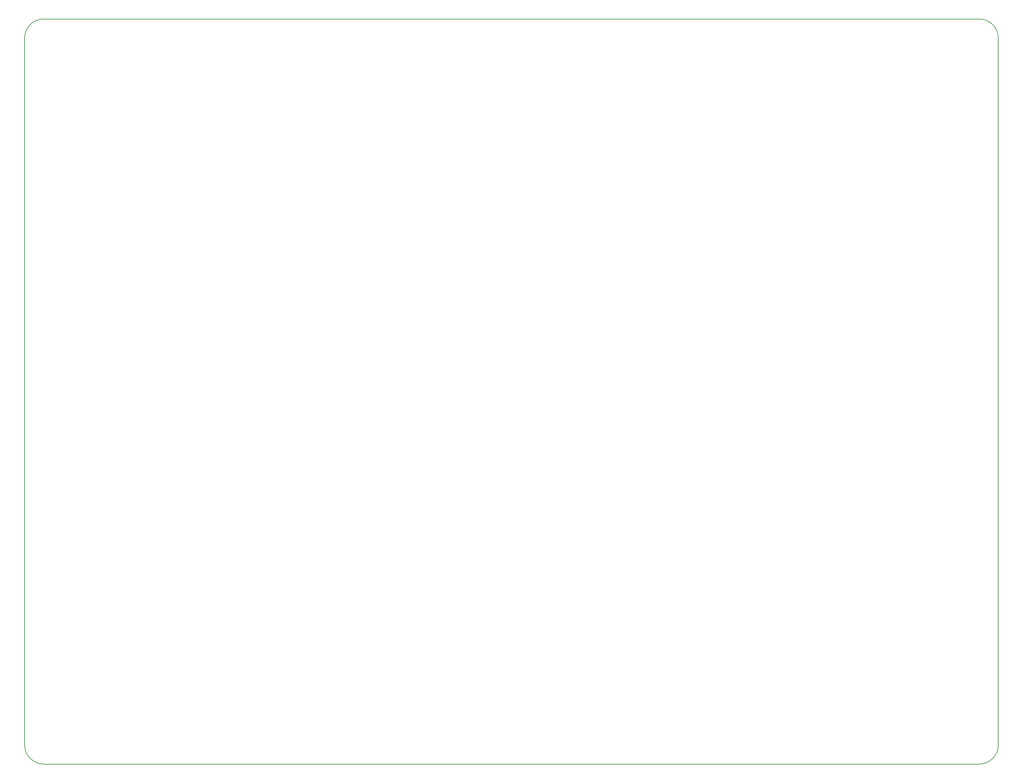
<source format=gm1>
G04 #@! TF.GenerationSoftware,KiCad,Pcbnew,5.0.1*
G04 #@! TF.CreationDate,2018-12-21T00:49:29+11:00*
G04 #@! TF.ProjectId,cpld-cpu,63706C642D6370752E6B696361645F70,rev?*
G04 #@! TF.SameCoordinates,Original*
G04 #@! TF.FileFunction,Profile,NP*
%FSLAX46Y46*%
G04 Gerber Fmt 4.6, Leading zero omitted, Abs format (unit mm)*
G04 Created by KiCad (PCBNEW 5.0.1) date Fri 21 Dec 2018 00:49:29 AEDT*
%MOMM*%
%LPD*%
G01*
G04 APERTURE LIST*
%ADD10C,0.150000*%
G04 APERTURE END LIST*
D10*
X10160000Y-15240000D02*
G75*
G02X15240000Y-10160000I5080000J0D01*
G01*
X15240000Y-208280000D02*
G75*
G02X10160000Y-203200000I0J5080000D01*
G01*
X269240000Y-203200000D02*
G75*
G02X264160000Y-208280000I-5080000J0D01*
G01*
X264160000Y-10160000D02*
G75*
G02X269240000Y-15240000I0J-5080000D01*
G01*
X264160000Y-10160000D02*
X15240000Y-10160000D01*
X269240000Y-203200000D02*
X269240000Y-15240000D01*
X15240000Y-208280000D02*
X264160000Y-208280000D01*
X10160000Y-15240000D02*
X10160000Y-203200000D01*
M02*

</source>
